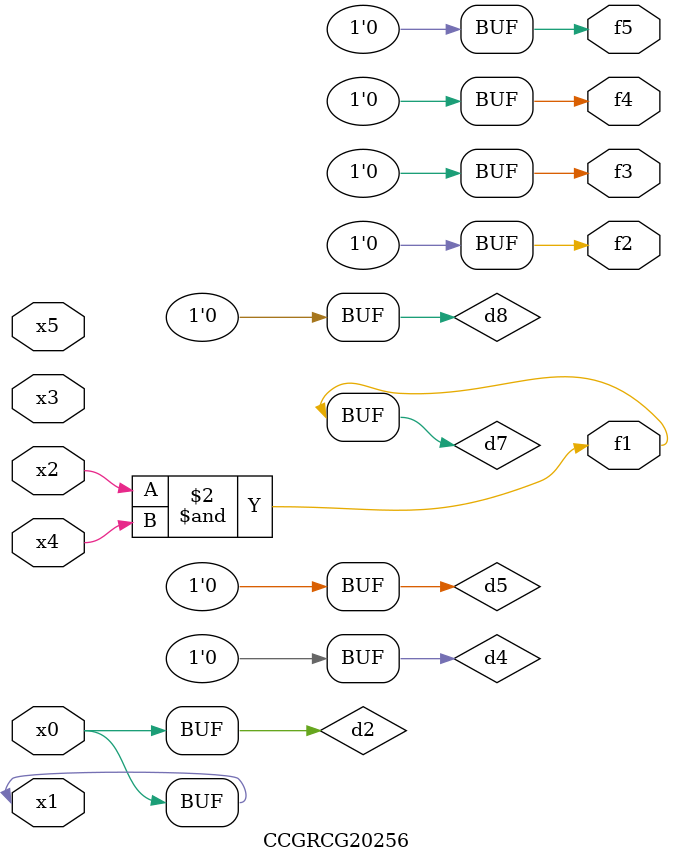
<source format=v>
module CCGRCG20256(
	input x0, x1, x2, x3, x4, x5,
	output f1, f2, f3, f4, f5
);

	wire d1, d2, d3, d4, d5, d6, d7, d8, d9;

	nand (d1, x1);
	buf (d2, x0, x1);
	nand (d3, x2, x4);
	and (d4, d1, d2);
	and (d5, d1, d2);
	nand (d6, d1, d3);
	not (d7, d3);
	xor (d8, d5);
	nor (d9, d5, d6);
	assign f1 = d7;
	assign f2 = d8;
	assign f3 = d8;
	assign f4 = d8;
	assign f5 = d8;
endmodule

</source>
